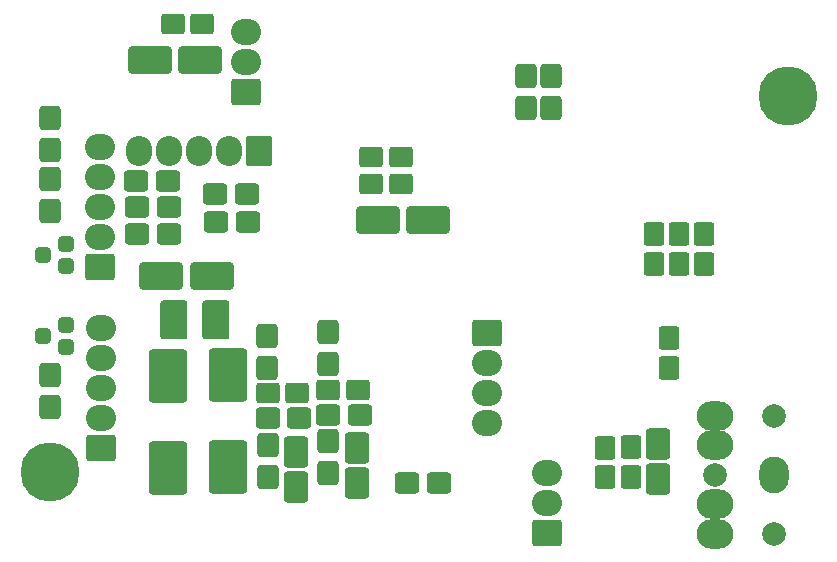
<source format=gbs>
%TF.GenerationSoftware,KiCad,Pcbnew,6.0.5-a6ca702e91~116~ubuntu20.04.1*%
%TF.CreationDate,2022-06-15T21:03:55+02:00*%
%TF.ProjectId,vwcdpic_with_BT,76776364-7069-4635-9f77-6974685f4254,rev?*%
%TF.SameCoordinates,Original*%
%TF.FileFunction,Soldermask,Bot*%
%TF.FilePolarity,Negative*%
%FSLAX46Y46*%
G04 Gerber Fmt 4.6, Leading zero omitted, Abs format (unit mm)*
G04 Created by KiCad (PCBNEW 6.0.5-a6ca702e91~116~ubuntu20.04.1) date 2022-06-15 21:03:55*
%MOMM*%
%LPD*%
G01*
G04 APERTURE LIST*
G04 Aperture macros list*
%AMRoundRect*
0 Rectangle with rounded corners*
0 $1 Rounding radius*
0 $2 $3 $4 $5 $6 $7 $8 $9 X,Y pos of 4 corners*
0 Add a 4 corners polygon primitive as box body*
4,1,4,$2,$3,$4,$5,$6,$7,$8,$9,$2,$3,0*
0 Add four circle primitives for the rounded corners*
1,1,$1+$1,$2,$3*
1,1,$1+$1,$4,$5*
1,1,$1+$1,$6,$7*
1,1,$1+$1,$8,$9*
0 Add four rect primitives between the rounded corners*
20,1,$1+$1,$2,$3,$4,$5,0*
20,1,$1+$1,$4,$5,$6,$7,0*
20,1,$1+$1,$6,$7,$8,$9,0*
20,1,$1+$1,$8,$9,$2,$3,0*%
G04 Aperture macros list end*
%ADD10RoundRect,0.254000X-1.016000X-0.863600X1.016000X-0.863600X1.016000X0.863600X-1.016000X0.863600X0*%
%ADD11O,2.540000X2.235200*%
%ADD12RoundRect,0.254000X-0.863600X1.016000X-0.863600X-1.016000X0.863600X-1.016000X0.863600X1.016000X0*%
%ADD13O,2.235200X2.540000*%
%ADD14RoundRect,0.254000X1.016000X0.863600X-1.016000X0.863600X-1.016000X-0.863600X1.016000X-0.863600X0*%
%ADD15C,2.008000*%
%ADD16O,2.508000X3.108000*%
%ADD17O,3.108000X2.508000*%
%ADD18RoundRect,0.254000X0.650000X-0.750000X0.650000X0.750000X-0.650000X0.750000X-0.650000X-0.750000X0*%
%ADD19RoundRect,0.254000X0.750000X0.625000X-0.750000X0.625000X-0.750000X-0.625000X0.750000X-0.625000X0*%
%ADD20RoundRect,0.254000X-0.750000X-0.650000X0.750000X-0.650000X0.750000X0.650000X-0.750000X0.650000X0*%
%ADD21RoundRect,0.254000X-0.625000X0.750000X-0.625000X-0.750000X0.625000X-0.750000X0.625000X0.750000X0*%
%ADD22RoundRect,0.254000X-0.750570X1.074420X-0.750570X-1.074420X0.750570X-1.074420X0.750570X1.074420X0*%
%ADD23RoundRect,0.254000X-0.889000X-1.397000X0.889000X-1.397000X0.889000X1.397000X-0.889000X1.397000X0*%
%ADD24RoundRect,0.254000X-1.350010X2.000250X-1.350010X-2.000250X1.350010X-2.000250X1.350010X2.000250X0*%
%ADD25RoundRect,0.254000X0.750000X0.650000X-0.750000X0.650000X-0.750000X-0.650000X0.750000X-0.650000X0*%
%ADD26RoundRect,0.254000X0.625000X-0.750000X0.625000X0.750000X-0.625000X0.750000X-0.625000X-0.750000X0*%
%ADD27RoundRect,0.254000X-0.400050X0.400050X-0.400050X-0.400050X0.400050X-0.400050X0.400050X0.400050X0*%
%ADD28RoundRect,0.254000X1.574800X0.900430X-1.574800X0.900430X-1.574800X-0.900430X1.574800X-0.900430X0*%
%ADD29RoundRect,0.254000X-0.750000X-0.625000X0.750000X-0.625000X0.750000X0.625000X-0.750000X0.625000X0*%
%ADD30RoundRect,0.254000X-0.650000X0.750000X-0.650000X-0.750000X0.650000X-0.750000X0.650000X0.750000X0*%
%ADD31C,5.008000*%
G04 APERTURE END LIST*
D10*
%TO.C,P3*%
X95758000Y-62992000D03*
D11*
X95758000Y-65532000D03*
X95758000Y-68072000D03*
X95758000Y-70612000D03*
%TD*%
D12*
%TO.C,P2*%
X76494020Y-47558210D03*
D13*
X73954020Y-47558210D03*
X71414020Y-47558210D03*
X68874020Y-47558210D03*
X66334020Y-47558210D03*
%TD*%
D14*
%TO.C,P4*%
X100866200Y-79923000D03*
D11*
X100866200Y-77383000D03*
X100866200Y-74843000D03*
%TD*%
D14*
%TO.C,J6*%
X63092000Y-72714800D03*
D11*
X63092000Y-70174800D03*
X63092000Y-67634800D03*
X63092000Y-65094800D03*
X63092000Y-62554800D03*
%TD*%
D15*
%TO.C,J7*%
X120062000Y-79970000D03*
X120062000Y-69970000D03*
X115062000Y-74970000D03*
D16*
X120062000Y-74970000D03*
D17*
X115062000Y-79970000D03*
X115062000Y-77470000D03*
X115062000Y-72470000D03*
X115062000Y-69970000D03*
%TD*%
D14*
%TO.C,J8*%
X63054910Y-57408010D03*
D11*
X63054910Y-54868010D03*
X63054910Y-52328010D03*
X63054910Y-49788010D03*
X63054910Y-47248010D03*
%TD*%
D14*
%TO.C,P1*%
X75348510Y-42579810D03*
D11*
X75348510Y-40039810D03*
X75348510Y-37499810D03*
%TD*%
D18*
%TO.C,R16*%
X82290600Y-65586600D03*
X82290600Y-62886600D03*
%TD*%
D19*
%TO.C,C18*%
X84836000Y-67792600D03*
X82336000Y-67792600D03*
%TD*%
D20*
%TO.C,R22*%
X77210600Y-70154800D03*
X79910600Y-70154800D03*
%TD*%
%TO.C,R24*%
X82341400Y-69900800D03*
X85041400Y-69900800D03*
%TD*%
D21*
%TO.C,C28*%
X107952800Y-72627800D03*
X107952800Y-75127800D03*
%TD*%
D22*
%TO.C,C13*%
X84825510Y-72703690D03*
X84825510Y-75705970D03*
%TD*%
D18*
%TO.C,R31*%
X99100800Y-43904200D03*
X99100800Y-41204200D03*
%TD*%
%TO.C,R26*%
X101183600Y-43922000D03*
X101183600Y-41222000D03*
%TD*%
D21*
%TO.C,C5*%
X111190000Y-63400000D03*
X111190000Y-65900000D03*
%TD*%
D18*
%TO.C,R17*%
X82316000Y-74810600D03*
X82316000Y-72110600D03*
%TD*%
D21*
%TO.C,C26*%
X105793800Y-72698600D03*
X105793800Y-75198600D03*
%TD*%
D22*
%TO.C,C22*%
X110264200Y-72325860D03*
X110264200Y-75328140D03*
%TD*%
D23*
%TO.C,L1*%
X69264200Y-61879480D03*
X72820200Y-61879480D03*
%TD*%
D24*
%TO.C,C11*%
X73836200Y-66548000D03*
X73836200Y-74325480D03*
%TD*%
%TO.C,C10*%
X68756200Y-66626740D03*
X68756200Y-74404220D03*
%TD*%
D19*
%TO.C,C17*%
X79714400Y-68046600D03*
X77214400Y-68046600D03*
%TD*%
D25*
%TO.C,R4*%
X75489200Y-51241210D03*
X72789200Y-51241210D03*
%TD*%
%TO.C,R2*%
X68889000Y-52308010D03*
X66189000Y-52308010D03*
%TD*%
D18*
%TO.C,R32*%
X58790000Y-52620000D03*
X58790000Y-49920000D03*
%TD*%
D26*
%TO.C,C33*%
X109920000Y-57100000D03*
X109920000Y-54600000D03*
%TD*%
D27*
%TO.C,Q1*%
X60182760Y-55438000D03*
X60182760Y-57338000D03*
X58183780Y-56388000D03*
%TD*%
D18*
%TO.C,R6*%
X77163600Y-65913000D03*
X77163600Y-63213000D03*
%TD*%
D22*
%TO.C,C3*%
X79602000Y-73022460D03*
X79602000Y-76024740D03*
%TD*%
D25*
%TO.C,R3*%
X75518400Y-53552610D03*
X72818400Y-53552610D03*
%TD*%
D19*
%TO.C,C24*%
X88493918Y-48095902D03*
X85993918Y-48095902D03*
%TD*%
D28*
%TO.C,C37*%
X72483980Y-58166000D03*
X68232020Y-58166000D03*
%TD*%
D18*
%TO.C,R7*%
X77214400Y-75137000D03*
X77214400Y-72437000D03*
%TD*%
D29*
%TO.C,C29*%
X85993918Y-50331102D03*
X88493918Y-50331102D03*
%TD*%
D28*
%TO.C,C1*%
X90792968Y-53410852D03*
X86541008Y-53410852D03*
%TD*%
D25*
%TO.C,R14*%
X91700000Y-75666600D03*
X89000000Y-75666600D03*
%TD*%
%TO.C,R1*%
X68838200Y-54619410D03*
X66138200Y-54619410D03*
%TD*%
%TO.C,R5*%
X68812800Y-50072810D03*
X66112800Y-50072810D03*
%TD*%
D28*
%TO.C,C34*%
X71535290Y-39881810D03*
X67283330Y-39881810D03*
%TD*%
D26*
%TO.C,C31*%
X114124900Y-57110000D03*
X114124900Y-54610000D03*
%TD*%
D18*
%TO.C,R29*%
X58830000Y-69250000D03*
X58830000Y-66550000D03*
%TD*%
D26*
%TO.C,C32*%
X112042100Y-57104600D03*
X112042100Y-54604600D03*
%TD*%
D30*
%TO.C,R30*%
X58800000Y-44800000D03*
X58800000Y-47500000D03*
%TD*%
D29*
%TO.C,C30*%
X69200710Y-36808410D03*
X71700710Y-36808410D03*
%TD*%
D27*
%TO.C,Q2*%
X60182760Y-62296000D03*
X60182760Y-64196000D03*
X58183780Y-63246000D03*
%TD*%
D31*
%TO.C,H1*%
X58753500Y-74705700D03*
X121253500Y-42905700D03*
%TD*%
M02*

</source>
